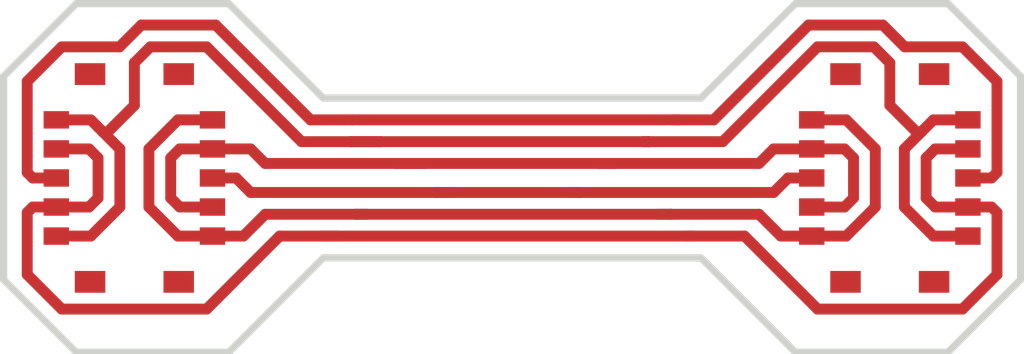
<source format=kicad_pcb>
(kicad_pcb (version 4) (host pcbnew "(2015-07-22 BZR 5980)-product")

  (general
    (links 14)
    (no_connects 0)
    (area 137.621667 100.749999 161.978334 105.650001)
    (thickness 0.15)
    (drawings 16)
    (tracks 125)
    (zones 0)
    (modules 2)
    (nets 7)
  )

  (page A4)
  (layers
    (0 F.Cu signal)
    (31 B.Cu signal)
    (32 B.Adhes user)
    (33 F.Adhes user)
    (34 B.Paste user)
    (35 F.Paste user)
    (36 B.SilkS user)
    (37 F.SilkS user)
    (38 B.Mask user)
    (39 F.Mask user)
    (40 Dwgs.User user hide)
    (41 Cmts.User user hide)
    (42 Eco1.User user)
    (43 Eco2.User user)
    (44 Edge.Cuts user)
    (45 Margin user)
    (46 B.CrtYd user)
    (47 F.CrtYd user hide)
    (48 B.Fab user)
    (49 F.Fab user)
  )

  (setup
    (last_trace_width 0.15)
    (trace_clearance 0.12)
    (zone_clearance 0.508)
    (zone_45_only no)
    (trace_min 0.1)
    (segment_width 0.1)
    (edge_width 0.1)
    (via_size 0.5)
    (via_drill 0.3)
    (via_min_size 0.4)
    (via_min_drill 0.3)
    (uvia_size 0.3)
    (uvia_drill 0.1)
    (uvias_allowed no)
    (uvia_min_size 0.2)
    (uvia_min_drill 0.1)
    (pcb_text_width 0.3)
    (pcb_text_size 1.5 1.5)
    (mod_edge_width 0.15)
    (mod_text_size 1 1)
    (mod_text_width 0.15)
    (pad_size 1.5 1.5)
    (pad_drill 0.6)
    (pad_to_mask_clearance 0)
    (aux_axis_origin 0 0)
    (visible_elements 7FFCFFFF)
    (pcbplotparams
      (layerselection 0x01080_00000001)
      (usegerberextensions false)
      (excludeedgelayer true)
      (linewidth 0.100000)
      (plotframeref false)
      (viasonmask false)
      (mode 1)
      (useauxorigin false)
      (hpglpennumber 1)
      (hpglpenspeed 20)
      (hpglpendiameter 15)
      (hpglpenoverlay 2)
      (psnegative false)
      (psa4output false)
      (plotreference true)
      (plotvalue true)
      (plotinvisibletext false)
      (padsonsilk false)
      (subtractmaskfromsilk false)
      (outputformat 1)
      (mirror false)
      (drillshape 0)
      (scaleselection 1)
      (outputdirectory gerber/))
  )

  (net 0 "")
  (net 1 "Net-(P1-Pad4)")
  (net 2 "Net-(P1-Pad6)")
  (net 3 "Net-(P1-Pad10)")
  (net 4 "Net-(P1-Pad1)")
  (net 5 "Net-(P1-Pad5)")
  (net 6 "Net-(P1-Pad3)")

  (net_class Default "This is the default net class."
    (clearance 0.12)
    (trace_width 0.15)
    (via_dia 0.5)
    (via_drill 0.3)
    (uvia_dia 0.3)
    (uvia_drill 0.1)
    (add_net "Net-(P1-Pad1)")
    (add_net "Net-(P1-Pad10)")
    (add_net "Net-(P1-Pad3)")
    (add_net "Net-(P1-Pad4)")
    (add_net "Net-(P1-Pad5)")
    (add_net "Net-(P1-Pad6)")
  )

  (module Custom:MolexSlimstack-5035521020 (layer F.Cu) (tedit 55C60753) (tstamp 55C5E4D4)
    (at 155 103.2 270)
    (path /55773544)
    (fp_text reference P111 (at 0 2 270) (layer Cmts.User) hide
      (effects (font (size 1 1) (thickness 0.15)))
    )
    (fp_text value CONN_02X05 (at 0 -1.95 270) (layer F.Fab) hide
      (effects (font (size 1 1) (thickness 0.15)))
    )
    (fp_line (start 1.75 -0.85) (end -1.75 -0.85) (layer F.CrtYd) (width 0.1))
    (fp_line (start -1.75 -0.85) (end -1.75 0.85) (layer F.CrtYd) (width 0.1))
    (fp_line (start -1.75 0.85) (end 1.75 0.85) (layer F.CrtYd) (width 0.1))
    (fp_line (start 1.75 0.85) (end 1.75 -0.85) (layer F.CrtYd) (width 0.1))
    (pad "" smd rect (at 0.8 -0.65 90) (size 0.3 0.5) (layers Dwgs.User))
    (pad "" smd rect (at 0 -0.65 90) (size 0.3 0.5) (layers Dwgs.User))
    (pad "" smd rect (at -0.4 -0.65 90) (size 0.3 0.5) (layers Dwgs.User))
    (pad "" smd rect (at -0.8 -0.65 90) (size 0.3 0.5) (layers Dwgs.User))
    (pad "" smd rect (at 0.4 -0.65 90) (size 0.3 0.5) (layers Dwgs.User))
    (pad "" smd rect (at -0.8 0.65 270) (size 0.3 0.5) (layers Dwgs.User))
    (pad "" smd rect (at -0.4 0.65 270) (size 0.3 0.5) (layers Dwgs.User))
    (pad "" smd rect (at 0.8 0.65 270) (size 0.3 0.5) (layers Dwgs.User))
    (pad "" smd rect (at 0.4 0.65 270) (size 0.3 0.5) (layers Dwgs.User))
    (pad "" smd rect (at -1.43 0.61 90) (size 0.3 0.42) (layers F.Cu F.Paste F.Mask))
    (pad "" smd rect (at 1.43 0.61 270) (size 0.3 0.42) (layers F.Cu F.Paste F.Mask))
    (pad "" smd rect (at -1.43 -0.61 90) (size 0.3 0.42) (layers F.Cu F.Paste F.Mask))
    (pad 4 smd rect (at -0.4 -1.075 270) (size 0.24 0.35) (layers F.Cu F.Paste F.Mask)
      (net 1 "Net-(P1-Pad4)"))
    (pad 8 smd rect (at 0.4 -1.075 270) (size 0.24 0.35) (layers F.Cu F.Paste F.Mask)
      (net 1 "Net-(P1-Pad4)"))
    (pad 6 smd rect (at 0 -1.075 270) (size 0.24 0.35) (layers F.Cu F.Paste F.Mask)
      (net 2 "Net-(P1-Pad6)"))
    (pad 2 smd rect (at -0.8 -1.075 270) (size 0.24 0.35) (layers F.Cu F.Paste F.Mask)
      (net 3 "Net-(P1-Pad10)"))
    (pad 10 smd rect (at 0.8 -1.075 270) (size 0.24 0.35) (layers F.Cu F.Paste F.Mask)
      (net 3 "Net-(P1-Pad10)"))
    (pad 1 smd rect (at -0.8 1.075 90) (size 0.24 0.35) (layers F.Cu F.Paste F.Mask)
      (net 4 "Net-(P1-Pad1)"))
    (pad 9 smd rect (at 0.8 1.075 90) (size 0.24 0.35) (layers F.Cu F.Paste F.Mask)
      (net 4 "Net-(P1-Pad1)"))
    (pad 5 smd rect (at 0 1.075 90) (size 0.24 0.35) (layers F.Cu F.Paste F.Mask)
      (net 5 "Net-(P1-Pad5)"))
    (pad 3 smd rect (at -0.4 1.075 90) (size 0.24 0.35) (layers F.Cu F.Paste F.Mask)
      (net 6 "Net-(P1-Pad3)"))
    (pad 7 smd rect (at 0.4 1.075 90) (size 0.24 0.35) (layers F.Cu F.Paste F.Mask)
      (net 6 "Net-(P1-Pad3)"))
    (pad "" smd rect (at 1.43 -0.61 270) (size 0.3 0.42) (layers F.Cu F.Paste F.Mask))
    (pad "" smd rect (at 0 0.65 270) (size 0.3 0.5) (layers Dwgs.User))
    (model C:/sync/wearableinterconnect/connector/3D/5035521020.wrl
      (at (xyz 0 0 0))
      (scale (xyz 1 1 1))
      (rotate (xyz 0 0 0))
    )
  )

  (module Custom:MolexSlimstack-5035521020 (layer F.Cu) (tedit 55C60720) (tstamp 55C5E4B4)
    (at 144.6 103.2 90)
    (path /55773500)
    (fp_text reference P111 (at 0 2 90) (layer Cmts.User)
      (effects (font (size 1 1) (thickness 0.15)))
    )
    (fp_text value CONN_02X05 (at 0 -1.95 90) (layer F.Fab)
      (effects (font (size 1 1) (thickness 0.15)))
    )
    (fp_line (start 1.75 -0.85) (end -1.75 -0.85) (layer F.CrtYd) (width 0.1))
    (fp_line (start -1.75 -0.85) (end -1.75 0.85) (layer F.CrtYd) (width 0.1))
    (fp_line (start -1.75 0.85) (end 1.75 0.85) (layer F.CrtYd) (width 0.1))
    (fp_line (start 1.75 0.85) (end 1.75 -0.85) (layer F.CrtYd) (width 0.1))
    (pad "" smd rect (at 0.8 -0.65 270) (size 0.3 0.5) (layers Dwgs.User))
    (pad "" smd rect (at 0 -0.65 270) (size 0.3 0.5) (layers Dwgs.User))
    (pad "" smd rect (at -0.4 -0.65 270) (size 0.3 0.5) (layers Dwgs.User))
    (pad "" smd rect (at -0.8 -0.65 270) (size 0.3 0.5) (layers Dwgs.User))
    (pad "" smd rect (at 0.4 -0.65 270) (size 0.3 0.5) (layers Dwgs.User))
    (pad "" smd rect (at -0.8 0.65 90) (size 0.3 0.5) (layers Dwgs.User))
    (pad "" smd rect (at -0.4 0.65 90) (size 0.3 0.5) (layers Dwgs.User))
    (pad "" smd rect (at 0.8 0.65 90) (size 0.3 0.5) (layers Dwgs.User))
    (pad "" smd rect (at 0.4 0.65 90) (size 0.3 0.5) (layers Dwgs.User))
    (pad "" smd rect (at -1.43 0.61 270) (size 0.3 0.42) (layers F.Cu F.Paste F.Mask))
    (pad "" smd rect (at 1.43 0.61 90) (size 0.3 0.42) (layers F.Cu F.Paste F.Mask))
    (pad "" smd rect (at -1.43 -0.61 270) (size 0.3 0.42) (layers F.Cu F.Paste F.Mask))
    (pad 4 smd rect (at -0.4 -1.075 90) (size 0.24 0.35) (layers F.Cu F.Paste F.Mask)
      (net 1 "Net-(P1-Pad4)"))
    (pad 8 smd rect (at 0.4 -1.075 90) (size 0.24 0.35) (layers F.Cu F.Paste F.Mask)
      (net 1 "Net-(P1-Pad4)"))
    (pad 6 smd rect (at 0 -1.075 90) (size 0.24 0.35) (layers F.Cu F.Paste F.Mask)
      (net 2 "Net-(P1-Pad6)"))
    (pad 2 smd rect (at -0.8 -1.075 90) (size 0.24 0.35) (layers F.Cu F.Paste F.Mask)
      (net 3 "Net-(P1-Pad10)"))
    (pad 10 smd rect (at 0.8 -1.075 90) (size 0.24 0.35) (layers F.Cu F.Paste F.Mask)
      (net 3 "Net-(P1-Pad10)"))
    (pad 1 smd rect (at -0.8 1.075 270) (size 0.24 0.35) (layers F.Cu F.Paste F.Mask)
      (net 4 "Net-(P1-Pad1)"))
    (pad 9 smd rect (at 0.8 1.075 270) (size 0.24 0.35) (layers F.Cu F.Paste F.Mask)
      (net 4 "Net-(P1-Pad1)"))
    (pad 5 smd rect (at 0 1.075 270) (size 0.24 0.35) (layers F.Cu F.Paste F.Mask)
      (net 5 "Net-(P1-Pad5)"))
    (pad 3 smd rect (at -0.4 1.075 270) (size 0.24 0.35) (layers F.Cu F.Paste F.Mask)
      (net 6 "Net-(P1-Pad3)"))
    (pad 7 smd rect (at 0.4 1.075 270) (size 0.24 0.35) (layers F.Cu F.Paste F.Mask)
      (net 6 "Net-(P1-Pad3)"))
    (pad "" smd rect (at 1.43 -0.61 90) (size 0.3 0.42) (layers F.Cu F.Paste F.Mask))
    (pad "" smd rect (at 0 0.65 90) (size 0.3 0.5) (layers Dwgs.User))
    (model C:/sync/wearableinterconnect/connector/3D/5035521020.wrl
      (at (xyz 0 0 0))
      (scale (xyz 1 1 1))
      (rotate (xyz 0 0 0))
    )
  )

  (gr_line (start 143.8 105.6) (end 145.9 105.6) (layer Edge.Cuts) (width 0.1))
  (gr_line (start 155.8 105.6) (end 153.7 105.6) (layer Edge.Cuts) (width 0.1))
  (gr_line (start 156.8 101.8) (end 156.8 104.6) (layer Edge.Cuts) (width 0.1))
  (gr_line (start 153.7 100.8) (end 155.8 100.8) (layer Edge.Cuts) (width 0.1))
  (gr_line (start 143.8 100.8) (end 145.9 100.8) (layer Edge.Cuts) (width 0.1))
  (gr_line (start 142.8 104.6) (end 142.8 101.8) (layer Edge.Cuts) (width 0.1))
  (gr_line (start 152.4 104.3) (end 147.2 104.3) (layer Edge.Cuts) (width 0.1))
  (gr_line (start 153.7 105.6) (end 152.4 104.3) (layer Edge.Cuts) (width 0.1))
  (gr_line (start 156.8 104.6) (end 155.8 105.6) (layer Edge.Cuts) (width 0.1))
  (gr_line (start 155.8 100.8) (end 156.8 101.8) (layer Edge.Cuts) (width 0.1))
  (gr_line (start 152.4 102.1) (end 153.7 100.8) (layer Edge.Cuts) (width 0.1))
  (gr_line (start 147.2 102.1) (end 152.4 102.1) (layer Edge.Cuts) (width 0.1))
  (gr_line (start 145.9 105.6) (end 147.2 104.3) (layer Edge.Cuts) (width 0.1))
  (gr_line (start 142.8 104.6) (end 143.8 105.6) (layer Edge.Cuts) (width 0.1))
  (gr_line (start 143.8 100.8) (end 142.8 101.8) (layer Edge.Cuts) (width 0.1))
  (gr_line (start 147.2 102.1) (end 145.9 100.8) (layer Edge.Cuts) (width 0.1))

  (segment (start 152.291471 104.00002) (end 152.2 104.00002) (width 0.15) (layer F.Cu) (net 1))
  (segment (start 153.00002 104.00002) (end 152.291471 104.00002) (width 0.15) (layer F.Cu) (net 1))
  (segment (start 146.59998 104.00002) (end 147.202262 104.00002) (width 0.15) (layer F.Cu) (net 1))
  (segment (start 147.202262 104.00002) (end 147.4 104.00002) (width 0.15) (layer F.Cu) (net 1))
  (segment (start 152.291471 104.00002) (end 147.202262 104.00002) (width 0.15) (layer F.Cu) (net 1))
  (segment (start 154.005001 105.005001) (end 153.00002 104.00002) (width 0.15) (layer F.Cu) (net 1) (tstamp 55C5F3A0))
  (segment (start 156.4 103.6) (end 156.475001 103.675001) (width 0.15) (layer F.Cu) (net 1) (tstamp 55C5F39D))
  (segment (start 156.475001 103.675001) (end 156.475001 104.530001) (width 0.15) (layer F.Cu) (net 1) (tstamp 55C5F39C))
  (segment (start 156.475001 104.530001) (end 156.000001 105.005001) (width 0.15) (layer F.Cu) (net 1) (tstamp 55C5F39B))
  (segment (start 156.000001 105.005001) (end 154.005001 105.005001) (width 0.15) (layer F.Cu) (net 1) (tstamp 55C5F39A))
  (segment (start 155.50001 102.924268) (end 155.624278 102.8) (width 0.15) (layer F.Cu) (net 1) (tstamp 55C5F399))
  (segment (start 155.624278 103.6) (end 155.50001 103.475732) (width 0.15) (layer F.Cu) (net 1) (tstamp 55C5F395))
  (segment (start 155.50001 103.475732) (end 155.50001 102.924268) (width 0.15) (layer F.Cu) (net 1) (tstamp 55C5F391))
  (segment (start 156.075 103.6) (end 156.4 103.6) (width 0.15) (layer F.Cu) (net 1) (tstamp 55C5F390))
  (segment (start 156.075 103.6) (end 155.624278 103.6) (width 0.15) (layer F.Cu) (net 1) (tstamp 55C5F38B))
  (segment (start 155.624278 102.8) (end 156.075 102.8) (width 0.15) (layer F.Cu) (net 1) (tstamp 55C5F37A))
  (segment (start 143.525 103.6) (end 143.2 103.6) (width 0.15) (layer F.Cu) (net 1))
  (segment (start 143.2 103.6) (end 143.124999 103.675001) (width 0.15) (layer F.Cu) (net 1))
  (segment (start 143.124999 103.675001) (end 143.124999 104.530001) (width 0.15) (layer F.Cu) (net 1))
  (segment (start 143.124999 104.530001) (end 143.599999 105.005001) (width 0.15) (layer F.Cu) (net 1))
  (segment (start 143.599999 105.005001) (end 145.594999 105.005001) (width 0.15) (layer F.Cu) (net 1))
  (segment (start 145.594999 105.005001) (end 146.59998 104.00002) (width 0.15) (layer F.Cu) (net 1))
  (segment (start 144.09999 102.924268) (end 143.975722 102.8) (width 0.15) (layer F.Cu) (net 1))
  (segment (start 143.975722 102.8) (end 143.525 102.8) (width 0.15) (layer F.Cu) (net 1))
  (segment (start 144.09999 103.475732) (end 144.09999 102.924268) (width 0.15) (layer F.Cu) (net 1))
  (segment (start 143.975722 103.6) (end 144.09999 103.475732) (width 0.15) (layer F.Cu) (net 1))
  (segment (start 143.525 103.6) (end 143.975722 103.6) (width 0.15) (layer F.Cu) (net 1))
  (segment (start 152.575742 102.39998) (end 152.095045 102.39998) (width 0.15) (layer F.Cu) (net 2))
  (segment (start 152.095045 102.39998) (end 152 102.39998) (width 0.15) (layer F.Cu) (net 2))
  (segment (start 147.6 102.39998) (end 152.095045 102.39998) (width 0.15) (layer F.Cu) (net 2))
  (segment (start 156.4 103.2) (end 156.475001 103.124999) (width 0.15) (layer F.Cu) (net 2) (tstamp 55C5F38F))
  (segment (start 156.075 103.2) (end 156.4 103.2) (width 0.15) (layer F.Cu) (net 2) (tstamp 55C5F38E))
  (segment (start 154.90427 101.09499) (end 153.880732 101.09499) (width 0.15) (layer F.Cu) (net 2) (tstamp 55C5F38A))
  (segment (start 155.204279 101.394999) (end 154.90427 101.09499) (width 0.15) (layer F.Cu) (net 2) (tstamp 55C5F389))
  (segment (start 153.880732 101.09499) (end 152.575742 102.39998) (width 0.15) (layer F.Cu) (net 2) (tstamp 55C5F385))
  (segment (start 156.000001 101.394999) (end 155.204279 101.394999) (width 0.15) (layer F.Cu) (net 2) (tstamp 55C5F381))
  (segment (start 156.475001 101.869999) (end 156.000001 101.394999) (width 0.15) (layer F.Cu) (net 2) (tstamp 55C5F380))
  (segment (start 156.475001 103.124999) (end 156.475001 101.869999) (width 0.15) (layer F.Cu) (net 2) (tstamp 55C5F37F))
  (segment (start 143.525 103.2) (end 143.2 103.2) (width 0.15) (layer F.Cu) (net 2))
  (segment (start 143.2 103.2) (end 143.124999 103.124999) (width 0.15) (layer F.Cu) (net 2))
  (segment (start 143.124999 103.124999) (end 143.124999 101.869999) (width 0.15) (layer F.Cu) (net 2))
  (segment (start 143.124999 101.869999) (end 143.599999 101.394999) (width 0.15) (layer F.Cu) (net 2))
  (segment (start 143.599999 101.394999) (end 144.395721 101.394999) (width 0.15) (layer F.Cu) (net 2))
  (segment (start 144.395721 101.394999) (end 144.69573 101.09499) (width 0.15) (layer F.Cu) (net 2))
  (segment (start 144.69573 101.09499) (end 145.719268 101.09499) (width 0.15) (layer F.Cu) (net 2))
  (segment (start 145.719268 101.09499) (end 147.024258 102.39998) (width 0.15) (layer F.Cu) (net 2))
  (segment (start 147.024258 102.39998) (end 147.6 102.39998) (width 0.15) (layer F.Cu) (net 2))
  (segment (start 151.679873 102.69999) (end 151.6 102.69999) (width 0.15) (layer F.Cu) (net 3))
  (segment (start 152.70001 102.69999) (end 151.679873 102.69999) (width 0.15) (layer F.Cu) (net 3))
  (segment (start 146.89999 102.69999) (end 147.577256 102.69999) (width 0.15) (layer F.Cu) (net 3))
  (segment (start 147.577256 102.69999) (end 148 102.69999) (width 0.15) (layer F.Cu) (net 3))
  (segment (start 151.679873 102.69999) (end 147.577256 102.69999) (width 0.15) (layer F.Cu) (net 3))
  (segment (start 155.2 102.8) (end 155.2 103.6) (width 0.15) (layer F.Cu) (net 3) (tstamp 55C5F396))
  (segment (start 155.435489 102.564511) (end 155.2 102.8) (width 0.15) (layer F.Cu) (net 3) (tstamp 55C5F394))
  (segment (start 155.2 102.4) (end 155 102.2) (width 0.15) (layer F.Cu) (net 3) (tstamp 55C5F393))
  (segment (start 155.6 104) (end 156.075 104) (width 0.15) (layer F.Cu) (net 3) (tstamp 55C5F38D))
  (segment (start 155.2 103.6) (end 155.6 104) (width 0.15) (layer F.Cu) (net 3) (tstamp 55C5F38C))
  (segment (start 155 102.2) (end 155 101.614998) (width 0.15) (layer F.Cu) (net 3) (tstamp 55C5F388))
  (segment (start 155 101.614998) (end 154.780001 101.394999) (width 0.15) (layer F.Cu) (net 3) (tstamp 55C5F387))
  (segment (start 154.780001 101.394999) (end 154.005001 101.394999) (width 0.15) (layer F.Cu) (net 3) (tstamp 55C5F386))
  (segment (start 154.005001 101.394999) (end 152.70001 102.69999) (width 0.15) (layer F.Cu) (net 3) (tstamp 55C5F384))
  (segment (start 155.6 102.4) (end 155.435489 102.564511) (width 0.15) (layer F.Cu) (net 3) (tstamp 55C5F37E))
  (segment (start 155.435489 102.564511) (end 155.364511 102.564511) (width 0.15) (layer F.Cu) (net 3) (tstamp 55C5F37D))
  (segment (start 155.364511 102.564511) (end 155.2 102.4) (width 0.15) (layer F.Cu) (net 3) (tstamp 55C5F37C))
  (segment (start 156.075 102.4) (end 155.6 102.4) (width 0.15) (layer F.Cu) (net 3) (tstamp 55C5F37B))
  (segment (start 144.164511 102.564511) (end 144.4 102.8) (width 0.15) (layer F.Cu) (net 3))
  (segment (start 144 102.4) (end 144.164511 102.564511) (width 0.15) (layer F.Cu) (net 3))
  (segment (start 144.164511 102.564511) (end 144.235489 102.564511) (width 0.15) (layer F.Cu) (net 3))
  (segment (start 144.235489 102.564511) (end 144.4 102.4) (width 0.15) (layer F.Cu) (net 3))
  (segment (start 144.4 102.4) (end 144.6 102.2) (width 0.15) (layer F.Cu) (net 3))
  (segment (start 144.6 102.2) (end 144.6 101.614998) (width 0.15) (layer F.Cu) (net 3))
  (segment (start 144.6 101.614998) (end 144.819999 101.394999) (width 0.15) (layer F.Cu) (net 3))
  (segment (start 144.819999 101.394999) (end 145.594999 101.394999) (width 0.15) (layer F.Cu) (net 3))
  (segment (start 145.594999 101.394999) (end 146.89999 102.69999) (width 0.15) (layer F.Cu) (net 3))
  (segment (start 143.525 102.4) (end 144 102.4) (width 0.15) (layer F.Cu) (net 3))
  (segment (start 144.4 102.8) (end 144.4 103.6) (width 0.15) (layer F.Cu) (net 3))
  (segment (start 144.4 103.6) (end 144 104) (width 0.15) (layer F.Cu) (net 3))
  (segment (start 144 104) (end 143.525 104) (width 0.15) (layer F.Cu) (net 3))
  (segment (start 145.675 104) (end 146.100842 104) (width 0.15) (layer F.Cu) (net 4))
  (segment (start 146.100842 104) (end 146.400832 103.70001) (width 0.15) (layer F.Cu) (net 4))
  (segment (start 145.675 104) (end 145.2 104) (width 0.15) (layer F.Cu) (net 4))
  (segment (start 145.2 104) (end 144.8 103.6) (width 0.15) (layer F.Cu) (net 4))
  (segment (start 144.8 103.6) (end 144.8 102.8) (width 0.15) (layer F.Cu) (net 4))
  (segment (start 144.8 102.8) (end 145.2 102.4) (width 0.15) (layer F.Cu) (net 4))
  (segment (start 145.2 102.4) (end 145.675 102.4) (width 0.15) (layer F.Cu) (net 4))
  (segment (start 147.644219 103.70001) (end 147.8 103.70001) (width 0.15) (layer F.Cu) (net 4))
  (segment (start 146.400832 103.70001) (end 147.644219 103.70001) (width 0.15) (layer F.Cu) (net 4))
  (segment (start 147.644219 103.70001) (end 151.992368 103.70001) (width 0.15) (layer F.Cu) (net 4))
  (segment (start 153.199168 103.70001) (end 151.992368 103.70001) (width 0.15) (layer F.Cu) (net 4))
  (segment (start 151.992368 103.70001) (end 151.8 103.70001) (width 0.15) (layer F.Cu) (net 4))
  (segment (start 153.925 104) (end 153.499158 104) (width 0.15) (layer F.Cu) (net 4) (tstamp 55C5F3A1))
  (segment (start 153.925 104) (end 154.4 104) (width 0.15) (layer F.Cu) (net 4) (tstamp 55C5F39F))
  (segment (start 154.8 102.8) (end 154.4 102.4) (width 0.15) (layer F.Cu) (net 4) (tstamp 55C5F398))
  (segment (start 154.4 104) (end 154.8 103.6) (width 0.15) (layer F.Cu) (net 4) (tstamp 55C5F397))
  (segment (start 154.8 103.6) (end 154.8 102.8) (width 0.15) (layer F.Cu) (net 4) (tstamp 55C5F392))
  (segment (start 154.4 102.4) (end 153.925 102.4) (width 0.15) (layer F.Cu) (net 4) (tstamp 55C5F383))
  (segment (start 153.499158 104) (end 153.199168 103.70001) (width 0.15) (layer F.Cu) (net 4) (tstamp 55C5F374))
  (segment (start 150.733459 103.4) (end 150.6 103.4) (width 0.15) (layer F.Cu) (net 5))
  (segment (start 150.733459 103.4) (end 148.746881 103.4) (width 0.15) (layer F.Cu) (net 5))
  (segment (start 153.4 103.4) (end 150.733459 103.4) (width 0.15) (layer F.Cu) (net 5))
  (segment (start 146.2 103.4) (end 148.746881 103.4) (width 0.15) (layer F.Cu) (net 5))
  (segment (start 148.746881 103.4) (end 149 103.4) (width 0.15) (layer F.Cu) (net 5))
  (segment (start 153.925 103.2) (end 153.6 103.2) (width 0.15) (layer F.Cu) (net 5) (tstamp 55C5F39E))
  (segment (start 153.6 103.2) (end 153.4 103.4) (width 0.15) (layer F.Cu) (net 5) (tstamp 55C5F370))
  (segment (start 146 103.2) (end 146.2 103.4) (width 0.15) (layer F.Cu) (net 5))
  (segment (start 145.675 103.2) (end 146 103.2) (width 0.15) (layer F.Cu) (net 5))
  (segment (start 148.197782 103) (end 148.6 103) (width 0.15) (layer F.Cu) (net 6))
  (segment (start 146.4 103) (end 148.197782 103) (width 0.15) (layer F.Cu) (net 6))
  (segment (start 153.2 103) (end 151.21113 103) (width 0.15) (layer F.Cu) (net 6))
  (segment (start 151.21113 103) (end 151 103) (width 0.15) (layer F.Cu) (net 6))
  (segment (start 148.197782 103) (end 151.21113 103) (width 0.15) (layer F.Cu) (net 6))
  (segment (start 153.925 102.8) (end 153.4 102.8) (width 0.15) (layer F.Cu) (net 6) (tstamp 55C5F382))
  (segment (start 154.375722 103.6) (end 154.49999 103.475732) (width 0.15) (layer F.Cu) (net 6) (tstamp 55C5F379))
  (segment (start 154.49999 103.475732) (end 154.49999 102.924268) (width 0.15) (layer F.Cu) (net 6) (tstamp 55C5F378))
  (segment (start 153.925 103.6) (end 154.375722 103.6) (width 0.15) (layer F.Cu) (net 6) (tstamp 55C5F377))
  (segment (start 154.49999 102.924268) (end 154.375722 102.8) (width 0.15) (layer F.Cu) (net 6) (tstamp 55C5F376))
  (segment (start 154.375722 102.8) (end 153.925 102.8) (width 0.15) (layer F.Cu) (net 6) (tstamp 55C5F375))
  (segment (start 153.4 102.8) (end 153.2 103) (width 0.15) (layer F.Cu) (net 6) (tstamp 55C5F372))
  (segment (start 145.675 102.8) (end 146.2 102.8) (width 0.15) (layer F.Cu) (net 6))
  (segment (start 146.2 102.8) (end 146.4 103) (width 0.15) (layer F.Cu) (net 6))
  (segment (start 145.10001 102.924268) (end 145.224278 102.8) (width 0.15) (layer F.Cu) (net 6))
  (segment (start 145.224278 102.8) (end 145.675 102.8) (width 0.15) (layer F.Cu) (net 6))
  (segment (start 145.10001 103.475732) (end 145.10001 102.924268) (width 0.15) (layer F.Cu) (net 6))
  (segment (start 145.224278 103.6) (end 145.10001 103.475732) (width 0.15) (layer F.Cu) (net 6))
  (segment (start 145.675 103.6) (end 145.224278 103.6) (width 0.15) (layer F.Cu) (net 6))

)

</source>
